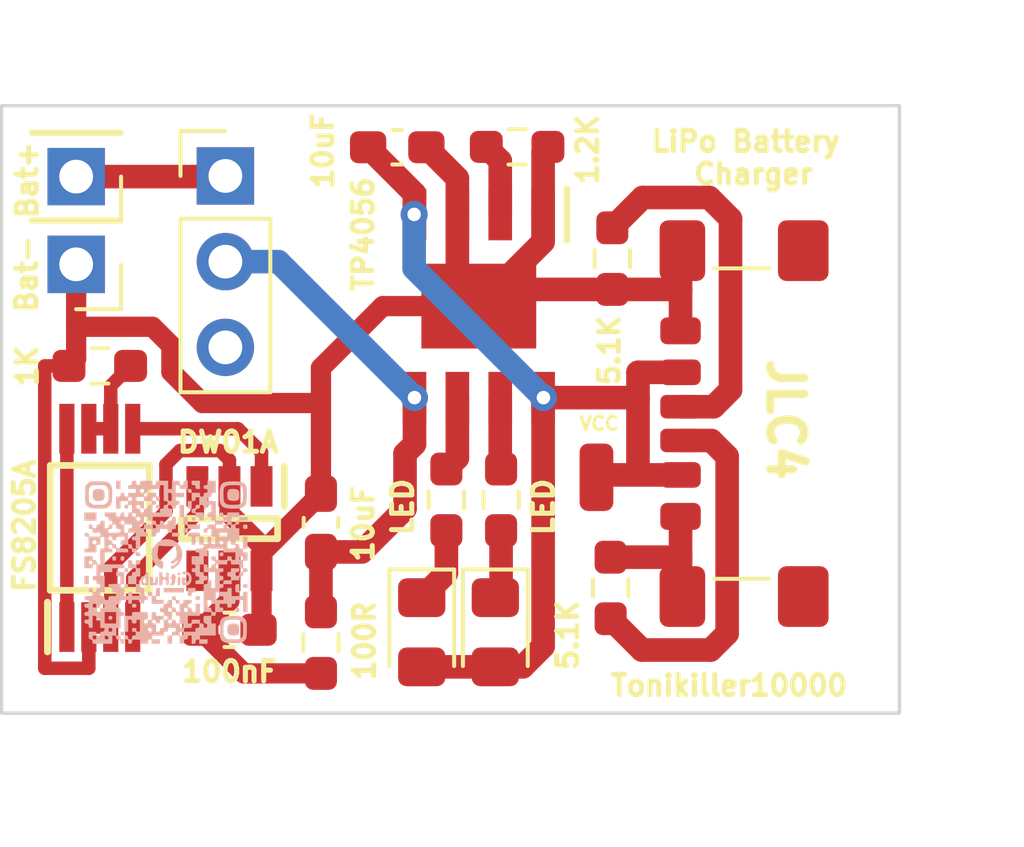
<source format=kicad_pcb>
(kicad_pcb (version 20221018) (generator pcbnew)
  (layers (0 "F.Cu" signal) (31 "B.Cu" signal) (34 "B.Paste" user) (35 "F.Paste" user) (36 "B.SilkS" user "B.Silkscreen") (37 "F.SilkS" user "F.Silkscreen") (38 "B.Mask" user) (39 "F.Mask" user) (44 "Edge.Cuts" user))
  (net 0 "")
  (net 1 "Net-(D1-K)")
  (net 2 "VCC")
  (net 3 "Net-(D2-K)")
  (net 4 "Net-(J1-CC1)")
  (net 5 "Net-(J1-CC2)")
  (net 6 "Net-(U1-~{CHRG})")
  (net 7 "Net-(U1-~{STDBY})")
  (net 8 "Net-(U2-S2_1)")
  (net 9 "Net-(U1-PROG2)")
  (net 10 "Net-(SW1-B)")
  (net 11 "Net-(U2-D12_1)")
  (net 12 "Net-(U2-G1)")
  (net 13 "Net-(U2-G2)")
  (net 14 "Net-(U3-VCC)")
  (net 17 "Earth")
  (net 18 "Net-(J2-Pin_1)")
  (footprint "Connector_PinHeader_2.54mm:PinHeader_1x01_P2.54mm_Vertical" (layer "F.Cu") (at 125.52 101.42 180)
    (fp_text reference "J2" hide)
    (fp_text value "Bat+" (at 1.45 -0.1 90) (layer "F.SilkS") (effects (font (size 0.6 0.6))))
    (pad "1" thru_hole rect (at 0 0 180) (size 1.7 1.7) (drill 1) (layers "*.Cu" "*.Mask") (net 18 "Net-(J2-Pin_1)"))
  )
  (footprint "Resistor_SMD:R_0603_1608Metric_Pad0.98x0.95mm_HandSolder" (layer "F.Cu") (at 138.58 100.54 180)
    (fp_text reference "R5" hide)
    (fp_text value "1.2K" (at -2.09 -0.08 90) (layer "F.SilkS") (effects (font (size 0.6 0.6))))
    (pad "1" smd roundrect (at -0.9125 0 180) (size 0.975 0.95) (layers "F.Cu" "F.Paste" "F.Mask") (net 17 "Earth"))
    (pad "2" smd roundrect (at 0.9125 0 180) (size 0.975 0.95) (layers "F.Cu" "F.Paste" "F.Mask") (net 9 "Net-(U1-PROG2)"))
  )
  (footprint "FS8205A:SOP65P640X120-8N" (layer "F.Cu") (at 126.22 111.83 90)
    (fp_text reference "U2" hide)
    (fp_text value "FS8205A" (at 0.06 -2.23 90) (layer "F.SilkS") (effects (font (size 0.6 0.6))))
    (pad "1" smd rect (at -2.938 -0.975 180) (size 0.45 1.475) (layers "F.Cu" "F.Paste" "F.Mask") (net 11 "Net-(U2-D12_1)"))
    (pad "2" smd rect (at -2.938 -0.325 180) (size 0.45 1.475) (layers "F.Cu" "F.Paste" "F.Mask") (net 17 "Earth"))
    (pad "3" smd rect (at -2.938 0.325 180) (size 0.45 1.475) (layers "F.Cu" "F.Paste" "F.Mask") (net 17 "Earth"))
    (pad "4" smd rect (at -2.938 0.975 180) (size 0.45 1.475) (layers "F.Cu" "F.Paste" "F.Mask") (net 12 "Net-(U2-G1)"))
    (pad "5" smd rect (at 2.938 0.975 180) (size 0.45 1.475) (layers "F.Cu" "F.Paste" "F.Mask") (net 13 "Net-(U2-G2)"))
    (pad "6" smd rect (at 2.938 0.325 180) (size 0.45 1.475) (layers "F.Cu" "F.Paste" "F.Mask") (net 8 "Net-(U2-S2_1)"))
    (pad "7" smd rect (at 2.938 -0.325 180) (size 0.45 1.475) (layers "F.Cu" "F.Paste" "F.Mask") (net 8 "Net-(U2-S2_1)"))
    (pad "8" smd rect (at 2.938 -0.975 180) (size 0.45 1.475) (layers "F.Cu" "F.Paste" "F.Mask") (net 11 "Net-(U2-D12_1)"))
  )
  (footprint "Connector_Wire:SolderWirePad_1x01_SMD_1x2mm" (layer "F.Cu") (at 140.93 110.33)
    (fp_text reference "VCC" (at 0.08 -1.59) (layer "F.SilkS") (effects (font (size 0.4 0.4) (thickness 0.1))))
    (fp_text value "SolderWirePad_1x01_SMD_1x2mm")
    (pad "1" smd roundrect (at 0 0) (size 1 2) (layers "F.Cu" "F.Paste" "F.Mask") (net 2 "VCC"))
  )
  (footprint "Resistor_SMD:R_0603_1608Metric_Pad0.98x0.95mm_HandSolder" (layer "F.Cu") (at 136.485 110.998 90)
    (fp_text reference "R2" hide)
    (fp_text value "1K" hide)
    (pad "1" smd roundrect (at -0.9125 0 90) (size 0.975 0.95) (layers "F.Cu" "F.Paste" "F.Mask") (net 3 "Net-(D2-K)"))
    (pad "2" smd roundrect (at 0.9125 0 90) (size 0.975 0.95) (layers "F.Cu" "F.Paste" "F.Mask") (net 7 "Net-(U1-~{STDBY})"))
  )
  (footprint "TP4056:SOIC127P600X175-9N" (layer "F.Cu") (at 137.445 105.258 -90)
    (fp_text reference "U1" hide)
    (fp_text value "TP4056" (at -2.128 3.425 90) (layer "F.SilkS") (effects (font (size 0.6 0.6))))
    (pad "1" smd rect (at -2.712 -1.905) (size 0.7 1.525) (layers "F.Cu" "F.Paste" "F.Mask") (net 17 "Earth"))
    (pad "2" smd rect (at -2.712 -0.635) (size 0.7 1.525) (layers "F.Cu" "F.Paste" "F.Mask") (net 9 "Net-(U1-PROG2)"))
    (pad "3" smd rect (at -2.712 0.635) (size 0.7 1.525) (layers "F.Cu" "F.Paste" "F.Mask") (net 17 "Earth"))
    (pad "4" smd rect (at -2.712 1.905) (size 0.7 1.525) (layers "F.Cu" "F.Paste" "F.Mask") (net 2 "VCC"))
    (pad "5" smd rect (at 2.712 1.905) (size 0.7 1.525) (layers "F.Cu" "F.Paste" "F.Mask") (net 10 "Net-(SW1-B)"))
    (pad "6" smd rect (at 2.712 0.635) (size 0.7 1.525) (layers "F.Cu" "F.Paste" "F.Mask") (net 7 "Net-(U1-~{STDBY})"))
    (pad "7" smd rect (at 2.712 -0.635) (size 0.7 1.525) (layers "F.Cu" "F.Paste" "F.Mask") (net 6 "Net-(U1-~{CHRG})"))
    (pad "8" smd rect (at 2.712 -1.905) (size 0.7 1.525) (layers "F.Cu" "F.Paste" "F.Mask") (net 2 "VCC"))
    (pad "9" smd rect (at 0 0 270) (size 2.513 3.402) (layers "F.Cu" "F.Paste" "F.Mask") (net 17 "Earth"))
  )
  (footprint "LED_SMD:LED_0805_2012Metric_Pad1.15x1.40mm_HandSolder" (layer "F.Cu") (at 135.755 114.923 -90)
    (fp_text reference "D2" hide)
    (fp_text value "LED" (at -3.713 0.565 90) (layer "F.SilkS") (effects (font (size 0.6 0.6))))
    (pad "1" smd roundrect (at -1.025 0 270) (size 1.15 1.4) (layers "F.Cu" "F.Paste" "F.Mask") (roundrect_rratio 0.217391) (net 3 "Net-(D2-K)"))
    (pad "2" smd roundrect (at 1.025 0 270) (size 1.15 1.4) (layers "F.Cu" "F.Paste" "F.Mask") (roundrect_rratio 0.217391) (net 2 "VCC"))
  )
  (footprint "Capacitor_SMD:C_0603_1608Metric_Pad1.08x0.95mm_HandSolder" (layer "F.Cu") (at 130.06 114.85)
    (fp_text reference "C1" hide)
    (fp_text value "100nF" (at 0 1.24) (layer "F.SilkS") (effects (font (size 0.6 0.6))))
    (pad "1" smd roundrect (at -0.8625 0) (size 1.075 0.95) (layers "F.Cu" "F.Paste" "F.Mask") (net 14 "Net-(U3-VCC)"))
    (pad "2" smd roundrect (at 0.8625 0) (size 1.075 0.95) (layers "F.Cu" "F.Paste" "F.Mask") (net 17 "Earth"))
  )
  (footprint "Resistor_SMD:R_0603_1608Metric_Pad0.98x0.95mm_HandSolder" (layer "F.Cu") (at 138.105 110.998 90)
    (fp_text reference "R1" hide)
    (fp_text value "1K" hide)
    (pad "1" smd roundrect (at -0.9125 0 90) (size 0.975 0.95) (layers "F.Cu" "F.Paste" "F.Mask") (net 1 "Net-(D1-K)"))
    (pad "2" smd roundrect (at 0.9125 0 90) (size 0.975 0.95) (layers "F.Cu" "F.Paste" "F.Mask") (net 6 "Net-(U1-~{CHRG})"))
  )
  (footprint "DW01A-G:SOT95P280X135-6N" (layer "F.Cu") (at 130.06 111.85 -90)
    (fp_text reference "U3" hide)
    (fp_text value "DW01A" (at -2.56 0.04 unlocked) (layer "F.SilkS") (effects (font (size 0.6 0.6))))
    (pad "1" smd rect (at -1.25 -0.95) (size 0.65 1.2) (layers "F.Cu" "F.Paste" "F.Mask") (net 13 "Net-(U2-G2)"))
    (pad "2" smd rect (at -1.25 0) (size 0.65 1.2) (layers "F.Cu" "F.Paste" "F.Mask") (net 17 "Earth"))
    (pad "3" smd rect (at -1.25 0.95) (size 0.65 1.2) (layers "F.Cu" "F.Paste" "F.Mask") (net 12 "Net-(U2-G1)"))
    (pad "4" smd rect (at 1.25 0.95) (size 0.65 1.2) (layers "F.Cu" "F.Paste" "F.Mask"))
    (pad "5" smd rect (at 1.25 0) (size 0.65 1.2) (layers "F.Cu" "F.Paste" "F.Mask") (net 14 "Net-(U3-VCC)"))
    (pad "6" smd rect (at 1.25 -0.95) (size 0.65 1.2) (layers "F.Cu" "F.Paste" "F.Mask") (net 17 "Earth"))
  )
  (footprint "Resistor_SMD:R_0603_1608Metric_Pad0.98x0.95mm_HandSolder" (layer "F.Cu") (at 132.77 115.23 90)
    (fp_text reference "R19" hide)
    (fp_text value "100R" (at 0.05 1.29 90) (layer "F.SilkS") (effects (font (size 0.6 0.6))))
    (pad "1" smd roundrect (at -0.9125 0 90) (size 0.975 0.95) (layers "F.Cu" "F.Paste" "F.Mask") (net 14 "Net-(U3-VCC)"))
    (pad "2" smd roundrect (at 0.9125 0 90) (size 0.975 0.95) (layers "F.Cu" "F.Paste" "F.Mask") (net 10 "Net-(SW1-B)"))
  )
  (footprint "Connector_PinHeader_2.54mm:PinHeader_1x01_P2.54mm_Vertical" (layer "F.Cu") (at 125.52 104.02 180)
    (fp_text reference "J3" hide)
    (fp_text value "Bat-" (at 1.47 -0.29 90) (layer "F.SilkS") (effects (font (size 0.6 0.6))))
    (pad "1" thru_hole rect (at 0 0 180) (size 1.7 1.7) (drill 1) (layers "*.Cu" "*.Mask") (net 17 "Earth"))
  )
  (footprint "Resistor_SMD:R_0603_1608Metric_Pad0.98x0.95mm_HandSolder" (layer "F.Cu") (at 126.22 107.03 180)
    (fp_text reference "R20" hide)
    (fp_text value "1K" (at 2.15 -0.01 90) (layer "F.SilkS") (effects (font (size 0.6 0.6))))
    (pad "1" smd roundrect (at -0.9125 0 180) (size 0.975 0.95) (layers "F.Cu" "F.Paste" "F.Mask") (net 8 "Net-(U2-S2_1)"))
    (pad "2" smd roundrect (at 0.9125 0 180) (size 0.975 0.95) (layers "F.Cu" "F.Paste" "F.Mask") (net 17 "Earth"))
  )
  (footprint "Resistor_SMD:R_0603_1608Metric_Pad0.98x0.95mm_HandSolder" (layer "F.Cu") (at 141.4 103.85 90)
    (fp_text reference "R6" hide)
    (fp_text value "5.1K" (at -2.72 -0.09 90) (layer "F.SilkS") (effects (font (size 0.6 0.6))))
    (pad "1" smd roundrect (at -0.9125 0 90) (size 0.975 0.95) (layers "F.Cu" "F.Paste" "F.Mask") (net 17 "Earth"))
    (pad "2" smd roundrect (at 0.9125 0 90) (size 0.975 0.95) (layers "F.Cu" "F.Paste" "F.Mask") (net 5 "Net-(J1-CC2)"))
  )
  (footprint "Connector_USB:USB_C_Receptacle_GCT_USB4135-GF-A_6P_TopMnt_Horizontal" (layer "F.Cu") (at 146.4525 108.74 90)
    (fp_text reference "J1" hide)
    (fp_text value "USB_C_Receptacle_PowerOnly_6P")
    (pad "A5" smd roundrect (at -0.5 -3.0325 90) (size 0.7 1.2) (layers "F.Cu" "F.Paste" "F.Mask") (net 4 "Net-(J1-CC1)"))
    (pad "A9" smd roundrect (at 1.52 -3.0325 270) (size 0.76 1.2) (layers "F.Cu" "F.Paste" "F.Mask") (net 2 "VCC"))
    (pad "A12" smd roundrect (at 2.75 -3.0325 270) (size 0.8 1.2) (layers "F.Cu" "F.Paste" "F.Mask") (net 17 "Earth"))
    (pad "B5" smd roundrect (at 0.5 -3.0325 270) (size 0.7 1.2) (layers "F.Cu" "F.Paste" "F.Mask") (net 5 "Net-(J1-CC2)"))
    (pad "B9" smd roundrect (at -1.52 -3.0325 90) (size 0.76 1.2) (layers "F.Cu" "F.Paste" "F.Mask") (net 2 "VCC"))
    (pad "B12" smd roundrect (at -2.75 -3.0325 90) (size 0.8 1.2) (layers "F.Cu" "F.Paste" "F.Mask") (net 17 "Earth"))
    (pad "S1" smd roundrect (at -5.125 -2.9775 90) (size 1.8 1.35) (layers "F.Cu" "F.Paste" "F.Mask") (roundrect_rratio 0.1851851852) (net 17 "Earth"))
    (pad "S1" smd roundrect (at -5.125 0.6025 90) (size 1.8 1.5) (layers "F.Cu" "F.Paste" "F.Mask") (roundrect_rratio 0.1666666667) (net 17 "Earth"))
    (pad "S1" smd roundrect (at 5.125 -2.9775 90) (size 1.8 1.35) (layers "F.Cu" "F.Paste" "F.Mask") (roundrect_rratio 0.1851851852) (net 17 "Earth"))
    (pad "S1" smd roundrect (at 5.125 0.6025 90) (size 1.8 1.5) (layers "F.Cu" "F.Paste" "F.Mask") (roundrect_rratio 0.1666666667) (net 17 "Earth"))
  )
  (footprint "LED_SMD:LED_0805_2012Metric_Pad1.15x1.40mm_HandSolder" (layer "F.Cu") (at 137.935 114.923 -90)
    (fp_text reference "D1" hide)
    (fp_text value "LED" (at -3.713 -1.425 90) (layer "F.SilkS") (effects (font (size 0.6 0.6))))
    (pad "1" smd roundrect (at -1.025 0 270) (size 1.15 1.4) (layers "F.Cu" "F.Paste" "F.Mask") (roundrect_rratio 0.217391) (net 1 "Net-(D1-K)"))
    (pad "2" smd roundrect (at 1.025 0 270) (size 1.15 1.4) (layers "F.Cu" "F.Paste" "F.Mask") (roundrect_rratio 0.217391) (net 2 "VCC"))
  )
  (footprint "Capacitor_SMD:C_0603_1608Metric_Pad1.08x0.95mm_HandSolder" (layer "F.Cu") (at 132.77 111.68 90)
    (fp_text reference "C3" hide)
    (fp_text value "10uF" (at -0.03 1.25 90) (layer "F.SilkS") (effects (font (size 0.6 0.6))))
    (pad "1" smd roundrect (at -0.8625 0 90) (size 1.075 0.95) (layers "F.Cu" "F.Paste" "F.Mask") (net 10 "Net-(SW1-B)"))
    (pad "2" smd roundrect (at 0.8625 0 90) (size 1.075 0.95) (layers "F.Cu" "F.Paste" "F.Mask") (net 17 "Earth"))
  )
  (footprint "Resistor_SMD:R_0603_1608Metric_Pad0.98x0.95mm_HandSolder" (layer "F.Cu") (at 141.35 113.61 -90)
    (fp_text reference "R7" hide)
    (fp_text value "5.1K" (at 1.4 1.27 90) (layer "F.SilkS") (effects (font (size 0.6 0.6))))
    (pad "1" smd roundrect (at -0.9125 0 270) (size 0.975 0.95) (layers "F.Cu" "F.Paste" "F.Mask") (net 17 "Earth"))
    (pad "2" smd roundrect (at 0.9125 0 270) (size 0.975 0.95) (layers "F.Cu" "F.Paste" "F.Mask") (net 4 "Net-(J1-CC1)"))
  )
  (footprint "Capacitor_SMD:C_0603_1608Metric_Pad1.08x0.95mm_HandSolder" (layer "F.Cu") (at 135.03 100.55)
    (fp_text reference "C2" hide)
    (fp_text value "10uF" (at -2.2 0.11 90) (layer "F.SilkS") (effects (font (size 0.6 0.6))))
    (pad "1" smd roundrect (at -0.8625 0) (size 1.075 0.95) (layers "F.Cu" "F.Paste" "F.Mask") (net 2 "VCC"))
    (pad "2" smd roundrect (at 0.8625 0) (size 1.075 0.95) (layers "F.Cu" "F.Paste" "F.Mask") (net 17 "Earth"))
  )
  (footprint "Connector_PinHeader_2.54mm:PinHeader_1x03_P2.54mm_Vertical" (layer "F.Cu") (at 129.94 101.4)
    (fp_text reference "SW1" hide)
    (fp_text value "SW_SPDT")
    (pad "1" thru_hole rect (at 0 0) (size 1.7 1.7) (drill 1) (layers "*.Cu" "*.Mask") (net 18 "Net-(J2-Pin_1)"))
    (pad "2" thru_hole oval (at 0 2.54) (size 1.7 1.7) (drill 1) (layers "*.Cu" "*.Mask") (net 10 "Net-(SW1-B)"))
    (pad "3" thru_hole oval (at 0 5.08) (size 1.7 1.7) (drill 1) (layers "*.Cu" "*.Mask"))
  )
  (footprint "LOGO" (layer "B.Cu") (at 128.17 112.82 180)
    (fp_text reference "G***" hide)
    (fp_text value "LOGO" hide)
  )
  (gr_rect (start 123.3146 99.32) (end 149.9 117.32) (stroke (width 0.1)) (fill none) (layer "Edge.Cuts"))
  (gr_text "LiPo Battery \nCharger" (at 145.58 100.86) (layer "F.SilkS") (effects (font (size 0.6 0.6) (thickness 0.15) bold)))
  (gr_text "Tonikiller10000" (at 144.86 116.5) (layer "F.SilkS") (effects (font (size 0.6 0.6) (thickness 0.15) bold)))
  (gr_text "JLC4\n" (at 146.53 108.62 -90) (layer "F.SilkS") (effects (font (size 1 1) (thickness 0.25))))
  (segment (start 138.105 113.728) (end 137.935 113.898) (width 0.7) (layer "F.Cu") (net 1))
  (segment (start 138.105 111.9105) (end 138.105 113.728) (width 0.7) (layer "F.Cu") (net 1))
  (segment (start 142.16 107.22) (end 142.16 108.01) (width 0.7) (layer "F.Cu") (net 2))
  (segment (start 135.54 101.9225) (end 134.1675 100.55) (width 0.7) (layer "F.Cu") (net 2))
  (segment (start 135.53 102.54) (end 135.54 101.9225) (width 0.7) (layer "F.Cu") (net 2))
  (segment (start 143.42 107.22) (end 142.16 107.22) (width 0.7) (layer "F.Cu") (net 2))
  (segment (start 139.35 107.97) (end 139.35 115.343) (width 0.7) (layer "F.Cu") (net 2))
  (segment (start 142.16 107.97) (end 142.16 108.01) (width 0.7) (layer "F.Cu") (net 2))
  (segment (start 142.16 110.26) (end 141 110.26) (width 0.7) (layer "F.Cu") (net 2))
  (segment (start 139.35 107.97) (end 139.36 107.97) (width 0.7) (layer "F.Cu") (net 2))
  (segment (start 141 110.26) (end 140.93 110.33) (width 0.7) (layer "F.Cu") (net 2))
  (segment (start 137.935 115.948) (end 135.755 115.948) (width 0.7) (layer "F.Cu") (net 2))
  (segment (start 139.36 107.97) (end 142.16 107.97) (width 0.7) (layer "F.Cu") (net 2))
  (segment (start 142.16 108.01) (end 142.16 110.26) (width 0.7) (layer "F.Cu") (net 2))
  (segment (start 142.16 110.26) (end 143.42 110.26) (width 0.7) (layer "F.Cu") (net 2))
  (segment (start 135.54 102.546) (end 135.53 102.54) (width 0.7) (layer "F.Cu") (net 2))
  (segment (start 138.745 115.948) (end 137.935 115.948) (width 0.7) (layer "F.Cu") (net 2))
  (segment (start 139.35 115.343) (end 138.745 115.948) (width 0.7) (layer "F.Cu") (net 2))
  (via (at 139.36 107.97) (size 0.8) (drill 0.4) (layers "F.Cu" "B.Cu") (net 2))
  (via (at 135.53 102.54) (size 0.8) (drill 0.4) (layers "F.Cu" "B.Cu") (net 2))
  (segment (start 135.53 102.54) (end 135.53 104.14) (width 0.7) (layer "B.Cu") (net 2))
  (segment (start 135.53 104.14) (end 139.36 107.97) (width 0.7) (layer "B.Cu") (net 2))
  (segment (start 136.485 111.9105) (end 136.485 113.168) (width 0.7) (layer "F.Cu") (net 3))
  (segment (start 136.485 113.168) (end 135.755 113.898) (width 0.7) (layer "F.Cu") (net 3))
  (segment (start 144.8 109.71) (end 144.8 114.96) (width 0.7) (layer "F.Cu") (net 4))
  (segment (start 144.31 115.45) (end 142.2775 115.45) (width 0.7) (layer "F.Cu") (net 4))
  (segment (start 142.2775 115.45) (end 141.35 114.5225) (width 0.7) (layer "F.Cu") (net 4))
  (segment (start 144.33 109.24) (end 144.8 109.71) (width 0.7) (layer "F.Cu") (net 4))
  (segment (start 144.8 114.96) (end 144.31 115.45) (width 0.7) (layer "F.Cu") (net 4))
  (segment (start 143.42 109.24) (end 144.33 109.24) (width 0.7) (layer "F.Cu") (net 4))
  (segment (start 144.9 107.74) (end 144.4 108.24) (width 0.7) (layer "F.Cu") (net 5))
  (segment (start 144.27 102.04) (end 144.9 102.67) (width 0.7) (layer "F.Cu") (net 5))
  (segment (start 144.4 108.24) (end 143.42 108.24) (width 0.7) (layer "F.Cu") (net 5))
  (segment (start 141.4 102.9375) (end 142.2975 102.04) (width 0.7) (layer "F.Cu") (net 5))
  (segment (start 142.2975 102.04) (end 144.27 102.04) (width 0.7) (layer "F.Cu") (net 5))
  (segment (start 144.9 102.67) (end 144.9 107.74) (width 0.7) (layer "F.Cu") (net 5))
  (segment (start 138.08 107.97) (end 138.08 110.0605) (width 0.7) (layer "F.Cu") (net 6))
  (segment (start 138.08 110.0605) (end 138.105 110.0855) (width 0.7) (layer "F.Cu") (net 6))
  (segment (start 136.81 109.7605) (end 136.485 110.0855) (width 0.7) (layer "F.Cu") (net 7))
  (segment (start 136.81 107.97) (end 136.81 109.7605) (width 0.7) (layer "F.Cu") (net 7))
  (segment (start 125.895 108.892) (end 126.545 108.892) (width 0.4) (layer "F.Cu") (net 8))
  (segment (start 126.545 108.892) (end 126.545 107.6175) (width 0.4) (layer "F.Cu") (net 8))
  (segment (start 126.545 107.6175) (end 127.1325 107.03) (width 0.4) (layer "F.Cu") (net 8))
  (segment (start 138.08 102.546) (end 138.08 100.9525) (width 0.7) (layer "F.Cu") (net 9))
  (segment (start 138.08 100.9525) (end 137.6675 100.54) (width 0.7) (layer "F.Cu") (net 9))
  (segment (start 133.9775 112.5425) (end 132.77 112.5425) (width 0.7) (layer "F.Cu") (net 10))
  (segment (start 135.26 109.63) (end 135.26 111.26) (width 0.7) (layer "F.Cu") (net 10))
  (segment (start 135.54 109.35) (end 135.26 109.63) (width 0.7) (layer "F.Cu") (net 10))
  (segment (start 135.26 111.26) (end 133.9775 112.5425) (width 0.7) (layer "F.Cu") (net 10))
  (segment (start 132.77 114.3175) (end 132.77 112.5425) (width 0.7) (layer "F.Cu") (net 10))
  (segment (start 135.54 107.97) (end 135.54 109.35) (width 0.7) (layer "F.Cu") (net 10))
  (via (at 135.54 107.97) (size 0.8) (drill 0.4) (layers "F.Cu" "B.Cu") (net 10))
  (segment (start 131.51 103.94) (end 129.94 103.94) (width 0.7) (layer "B.Cu") (net 10))
  (segment (start 135.54 107.97) (end 131.51 103.94) (width 0.7) (layer "B.Cu") (net 10))
  (segment (start 125.245 114.768) (end 125.245 108.892) (width 0.4) (layer "F.Cu") (net 11))
  (segment (start 127.195 113.315) (end 129.11 111.4) (width 0.4) (layer "F.Cu") (net 12))
  (segment (start 127.195 114.768) (end 127.195 113.315) (width 0.4) (layer "F.Cu") (net 12))
  (segment (start 129.11 111.4) (end 129.11 110.6) (width 0.4) (layer "F.Cu") (net 12))
  (segment (start 130.312 108.892) (end 131.01 109.59) (width 0.4) (layer "F.Cu") (net 13))
  (segment (start 127.195 108.892) (end 130.312 108.892) (width 0.4) (layer "F.Cu") (net 13))
  (segment (start 131.01 109.59) (end 131.01 110.6) (width 0.4) (layer "F.Cu") (net 13))
  (segment (start 130.06 113.9875) (end 130.06 113.1) (width 0.6) (layer "F.Cu") (net 14))
  (segment (start 129.1975 114.85) (end 130.06 113.9875) (width 0.6) (layer "F.Cu") (net 14))
  (segment (start 130.49 116.1425) (end 132.77 116.1425) (width 0.6) (layer "F.Cu") (net 14))
  (segment (start 129.1975 114.85) (end 130.49 116.1425) (width 0.6) (layer "F.Cu") (net 14))
  (segment (start 131.01 113.1) (end 131.01 112.5775) (width 0.6) (layer "F.Cu") (net 17))
  (segment (start 125.52 105.42) (end 125.52 105.84) (width 0.6) (layer "F.Cu") (net 17))
  (segment (start 130.06 109.82) (end 130.06 110.6) (width 0.4) (layer "F.Cu") (net 17))
  (segment (start 131.01 114.7625) (end 130.9225 114.85) (width 0.6) (layer "F.Cu") (net 17))
  (segment (start 139.35 102.546) (end 139.35 103.353) (width 0.7) (layer "F.Cu") (net 17))
  (segment (start 131.01 112.5775) (end 132.77 110.8175) (width 0.6) (layer "F.Cu") (net 17))
  (segment (start 132.77 108.27) (end 132.77 107.09) (width 0.6) (layer "F.Cu") (net 17))
  (segment (start 139.35 103.353) (end 137.445 105.258) (width 0.7) (layer "F.Cu") (net 17))
  (segment (start 143.4075 112.6975) (end 143.42 112.71) (width 0.7) (layer "F.Cu") (net 17))
  (segment (start 129.26 108.13) (end 128.34 107.21) (width 0.6) (layer "F.Cu") (net 17))
  (segment (start 124.59 107.03) (end 125.3075 107.03) (width 0.4) (layer "F.Cu") (net 17))
  (segment (start 128.18 111.34) (end 128.18 109.95) (width 0.4) (layer "F.Cu") (net 17))
  (segment (start 143.42 111.49) (end 143.42 112.71) (width 0.7) (layer "F.Cu") (net 17))
  (segment (start 128.18 109.95) (end 128.59 109.54) (width 0.4) (layer "F.Cu") (net 17))
  (segment (start 143.42 105.99) (end 143.42 104.77) (width 0.7) (layer "F.Cu") (net 17))
  (segment (start 130.06 111.405) (end 130.06 110.6) (width 0.6) (layer "F.Cu") (net 17))
  (segment (start 128.59 109.54) (end 129.78 109.54) (width 0.4) (layer "F.Cu") (net 17))
  (segment (start 131.01 113.1) (end 131.01 114.7625) (width 0.6) (layer "F.Cu") (net 17))
  (segment (start 125.895 114.768) (end 126.545 114.768) (width 0.4) (layer "F.Cu") (net 17))
  (segment (start 137.9405 104.7625) (end 137.445 105.258) (width 0.7) (layer "F.Cu") (net 17))
  (segment (start 134.602 105.258) (end 137.445 105.258) (width 0.6) (layer "F.Cu") (net 17))
  (segment (start 125.52 105.42) (end 125.52 104.02) (width 0.6) (layer "F.Cu") (net 17))
  (segment (start 143.42 112.71) (end 143.42 113.81) (width 0.7) (layer "F.Cu") (net 17))
  (segment (start 143.42 104.7625) (end 143.42 104.77) (width 0.7) (layer "F.Cu") (net 17))
  (segment (start 128.34 107.21) (end 128.34 106.43) (width 0.6) (layer "F.Cu") (net 17))
  (segment (start 125.55 105.87) (end 125.52 105.84) (width 0.6) (layer "F.Cu") (net 17))
  (segment (start 132.77 108.27) (end 132.63 108.13) (width 0.6) (layer "F.Cu") (net 17))
  (segment (start 131.01 112.355) (end 130.06 111.405) (width 0.6) (layer "F.Cu") (net 17))
  (segment (start 125.895 114.768) (end 125.895 115.99) (width 0.4) (layer "F.Cu") (net 17))
  (segment (start 127.78 105.87) (end 125.55 105.87) (width 0.6) (layer "F.Cu") (net 17))
  (segment (start 141.4 104.7625) (end 143.42 104.7625) (width 0.7) (layer "F.Cu") (net 17))
  (segment (start 136.81 101.4675) (end 135.8925 100.55) (width 0.7) (layer "F.Cu") (net 17))
  (segment (start 129.78 109.54) (end 130.06 109.82) (width 0.4) (layer "F.Cu") (net 17))
  (segment (start 136.81 102.546) (end 136.81 104.623) (width 0.7) (layer "F.Cu") (net 17))
  (segment (start 139.35 102.546) (end 139.35 100.6825) (width 0.7) (layer "F.Cu") (net 17))
  (segment (start 125.895 115.99) (end 124.59 115.99) (width 0.4) (layer "F.Cu") (net 17))
  (segment (start 139.35 100.6825) (end 139.4925 100.54) (width 0.7) (layer "F.Cu") (net 17))
  (segment (start 136.81 102.546) (end 136.81 101.4675) (width 0.7) (layer "F.Cu") (net 17))
  (segment (start 126.545 112.975) (end 128.18 111.34) (width 0.4) (layer "F.Cu") (net 17))
  (segment (start 143.42 104.77) (end 143.42 103.67) (width 0.7) (layer "F.Cu") (net 17))
  (segment (start 143.42 103.67) (end 143.475 103.615) (width 0.7) (layer "F.Cu") (net 17))
  (segment (start 125.52 106.8175) (end 125.3075 107.03) (width 0.6) (layer "F.Cu") (net 17))
  (segment (start 143.42 113.81) (end 143.475 113.865) (width 0.7) (layer "F.Cu") (net 17))
  (segment (start 131.01 113.1) (end 131.01 112.355) (width 0.6) (layer "F.Cu") (net 17))
  (segment (start 124.59 115.99) (end 124.59 107.03) (width 0.4) (layer "F.Cu") (net 17))
  (segment (start 132.63 108.13) (end 129.26 108.13) (width 0.6) (layer "F.Cu") (net 17))
  (segment (start 141.35 112.6975) (end 143.4075 112.6975) (width 0.7) (layer "F.Cu") (net 17))
  (segment (start 126.545 114.768) (end 126.545 112.975) (width 0.4) (layer "F.Cu") (net 17))
  (segment (start 132.77 110.8175) (end 132.77 108.27) (width 0.6) (layer "F.Cu") (net 17))
  (segment (start 128.34 106.43) (end 127.78 105.87) (width 0.6) (layer "F.Cu") (net 17))
  (segment (start 141.4 104.7625) (end 137.9405 104.7625) (width 0.7) (layer "F.Cu") (net 17))
  (segment (start 125.52 105.84) (end 125.52 106.8175) (width 0.6) (layer "F.Cu") (net 17))
  (segment (start 136.81 104.623) (end 137.445 105.258) (width 0.7) (layer "F.Cu") (net 17))
  (segment (start 132.77 107.09) (end 134.602 105.258) (width 0.6) (layer "F.Cu") (net 17))
  (segment (start 125.52 101.42) (end 129.92 101.42) (width 0.7) (layer "F.Cu") (net 18))
  (segment (start 129.92 101.42) (end 129.94 101.4) (width 0.7) (layer "F.Cu") (net 18))
)
</source>
